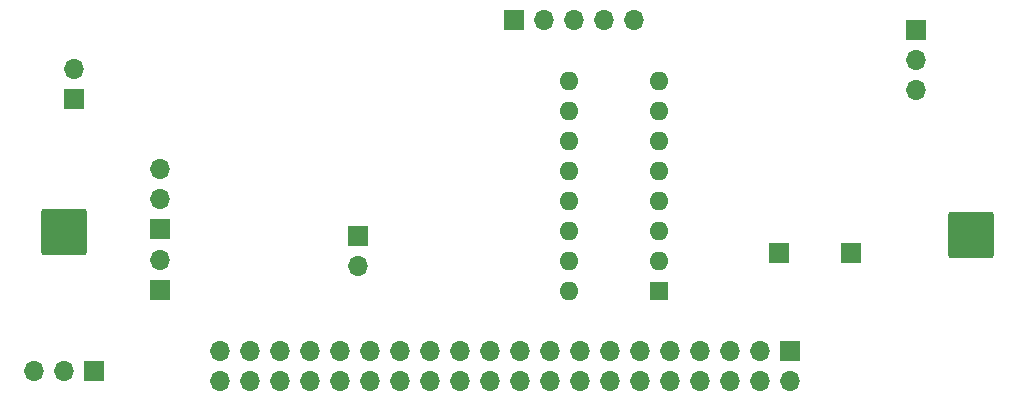
<source format=gbr>
%TF.GenerationSoftware,KiCad,Pcbnew,7.0.10*%
%TF.CreationDate,2024-04-11T21:52:28-07:00*%
%TF.ProjectId,magical toys integration pcbrev4,6d616769-6361-46c2-9074-6f797320696e,rev?*%
%TF.SameCoordinates,Original*%
%TF.FileFunction,Soldermask,Bot*%
%TF.FilePolarity,Negative*%
%FSLAX46Y46*%
G04 Gerber Fmt 4.6, Leading zero omitted, Abs format (unit mm)*
G04 Created by KiCad (PCBNEW 7.0.10) date 2024-04-11 21:52:28*
%MOMM*%
%LPD*%
G01*
G04 APERTURE LIST*
G04 Aperture macros list*
%AMRoundRect*
0 Rectangle with rounded corners*
0 $1 Rounding radius*
0 $2 $3 $4 $5 $6 $7 $8 $9 X,Y pos of 4 corners*
0 Add a 4 corners polygon primitive as box body*
4,1,4,$2,$3,$4,$5,$6,$7,$8,$9,$2,$3,0*
0 Add four circle primitives for the rounded corners*
1,1,$1+$1,$2,$3*
1,1,$1+$1,$4,$5*
1,1,$1+$1,$6,$7*
1,1,$1+$1,$8,$9*
0 Add four rect primitives between the rounded corners*
20,1,$1+$1,$2,$3,$4,$5,0*
20,1,$1+$1,$4,$5,$6,$7,0*
20,1,$1+$1,$6,$7,$8,$9,0*
20,1,$1+$1,$8,$9,$2,$3,0*%
G04 Aperture macros list end*
%ADD10R,1.700000X1.700000*%
%ADD11O,1.700000X1.700000*%
%ADD12RoundRect,0.250002X-1.699998X-1.699998X1.699998X-1.699998X1.699998X1.699998X-1.699998X1.699998X0*%
%ADD13R,1.600000X1.600000*%
%ADD14O,1.600000X1.600000*%
G04 APERTURE END LIST*
D10*
%TO.C,J1*%
X177525000Y-111475000D03*
D11*
X177525000Y-114015000D03*
X174985000Y-111475000D03*
X174985000Y-114015000D03*
X172445000Y-111475000D03*
X172445000Y-114015000D03*
X169905000Y-111475000D03*
X169905000Y-114015000D03*
X167365000Y-111475000D03*
X167365000Y-114015000D03*
X164825000Y-111475000D03*
X164825000Y-114015000D03*
X162285000Y-111475000D03*
X162285000Y-114015000D03*
X159745000Y-111475000D03*
X159745000Y-114015000D03*
X157205000Y-111475000D03*
X157205000Y-114015000D03*
X154665000Y-111475000D03*
X154665000Y-114015000D03*
X152125000Y-111475000D03*
X152125000Y-114015000D03*
X149585000Y-111475000D03*
X149585000Y-114015000D03*
X147045000Y-111475000D03*
X147045000Y-114015000D03*
X144505000Y-111475000D03*
X144505000Y-114015000D03*
X141965000Y-111475000D03*
X141965000Y-114015000D03*
X139425000Y-111475000D03*
X139425000Y-114015000D03*
X136885000Y-111475000D03*
X136885000Y-114015000D03*
X134345000Y-111475000D03*
X134345000Y-114015000D03*
X131805000Y-111475000D03*
X131805000Y-114015000D03*
X129265000Y-111475000D03*
X129265000Y-114015000D03*
%TD*%
D10*
%TO.C,J5V_OUT1*%
X188200000Y-84225000D03*
D11*
X188200000Y-86765000D03*
X188200000Y-89305000D03*
%TD*%
D10*
%TO.C,J3.5AudioBreakout2*%
X118600000Y-113100000D03*
D11*
X116060000Y-113100000D03*
X113520000Y-113100000D03*
%TD*%
D10*
%TO.C,J3.5AudioInput1*%
X124125000Y-101125000D03*
D11*
X124125000Y-98585000D03*
X124125000Y-96045000D03*
%TD*%
D10*
%TO.C,JSPK_VIN1*%
X124124997Y-106311999D03*
D11*
X124124997Y-103771999D03*
%TD*%
D10*
%TO.C,JSPK_BREAKOUT2*%
X116850000Y-90137998D03*
D11*
X116850000Y-87597998D03*
%TD*%
D10*
%TO.C,JOFF_BATT-1*%
X176600000Y-103115000D03*
%TD*%
D12*
%TO.C,J2*%
X192800000Y-101600000D03*
%TD*%
D10*
%TO.C,JSPK_OUT_R1*%
X140925000Y-101685000D03*
D11*
X140925000Y-104225000D03*
%TD*%
D10*
%TO.C,JOFF_BATT+1*%
X182650000Y-103115000D03*
%TD*%
D13*
%TO.C,U1*%
X166400000Y-106340000D03*
D14*
X166400000Y-103800000D03*
X166400000Y-101260000D03*
X166400000Y-98720000D03*
X166400000Y-96180000D03*
X166400000Y-93640000D03*
X166400000Y-91100000D03*
X166400000Y-88560000D03*
X158780000Y-88560000D03*
X158780000Y-91100000D03*
X158780000Y-93640000D03*
X158780000Y-96180000D03*
X158780000Y-98720000D03*
X158780000Y-101260000D03*
X158780000Y-103800000D03*
X158780000Y-106340000D03*
%TD*%
D10*
%TO.C,JSWT-DROPIN1*%
X154110000Y-83400000D03*
D11*
X156650000Y-83400000D03*
X159190000Y-83400000D03*
X161730000Y-83400000D03*
X164270000Y-83400000D03*
%TD*%
D12*
%TO.C,J3*%
X116050000Y-101350000D03*
%TD*%
M02*

</source>
